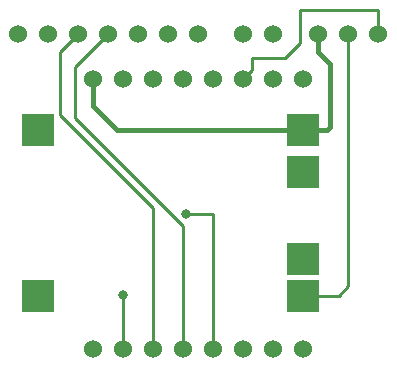
<source format=gbl>
%TF.GenerationSoftware,KiCad,Pcbnew,7.0.7*%
%TF.CreationDate,2023-09-21T08:57:22-06:00*%
%TF.ProjectId,magTable,6d616754-6162-46c6-952e-6b696361645f,rev?*%
%TF.SameCoordinates,Original*%
%TF.FileFunction,Copper,L2,Bot*%
%TF.FilePolarity,Positive*%
%FSLAX46Y46*%
G04 Gerber Fmt 4.6, Leading zero omitted, Abs format (unit mm)*
G04 Created by KiCad (PCBNEW 7.0.7) date 2023-09-21 08:57:22*
%MOMM*%
%LPD*%
G01*
G04 APERTURE LIST*
%TA.AperFunction,ComponentPad*%
%ADD10R,2.800000X2.800000*%
%TD*%
%TA.AperFunction,ComponentPad*%
%ADD11C,1.524000*%
%TD*%
%TA.AperFunction,ViaPad*%
%ADD12C,0.800000*%
%TD*%
%TA.AperFunction,Conductor*%
%ADD13C,0.254000*%
%TD*%
%TA.AperFunction,Conductor*%
%ADD14C,0.400000*%
%TD*%
G04 APERTURE END LIST*
D10*
%TO.P,USB_CHRG\u002A\u002A,1*%
%TO.N,N/C*%
X127360000Y-90678000D03*
%TO.P,USB_CHRG\u002A\u002A,2*%
X127360000Y-104728000D03*
%TO.P,USB_CHRG\u002A\u002A,3*%
X149860000Y-90678000D03*
%TO.P,USB_CHRG\u002A\u002A,4*%
X149860000Y-104728000D03*
%TO.P,USB_CHRG\u002A\u002A,5*%
X149860000Y-94178000D03*
%TO.P,USB_CHRG\u002A\u002A,6*%
X149860000Y-101578000D03*
%TD*%
D11*
%TO.P,REF\u002A\u002A,1*%
%TO.N,N/C*%
X147320000Y-82550000D03*
%TO.P,REF\u002A\u002A,2*%
X144780000Y-82550000D03*
%TD*%
%TO.P,REF\u002A\u002A,00*%
%TO.N,N/C*%
X144780000Y-109220000D03*
%TO.P,REF\u002A\u002A,1*%
X144780000Y-86360000D03*
%TO.P,REF\u002A\u002A,2*%
X142240000Y-86360000D03*
%TO.P,REF\u002A\u002A,3*%
X139700000Y-86360000D03*
%TO.P,REF\u002A\u002A,3v*%
X132080000Y-109220000D03*
%TO.P,REF\u002A\u002A,4*%
X137160000Y-86360000D03*
%TO.P,REF\u002A\u002A,5*%
X142240000Y-109220000D03*
%TO.P,REF\u002A\u002A,5V*%
X132080000Y-86360000D03*
%TO.P,REF\u002A\u002A,6*%
X139700000Y-109220000D03*
%TO.P,REF\u002A\u002A,7*%
X137160000Y-109220000D03*
%TO.P,REF\u002A\u002A,8*%
X134620000Y-109220000D03*
%TO.P,REF\u002A\u002A,A0*%
X147320000Y-109220000D03*
%TO.P,REF\u002A\u002A,G*%
X134620000Y-86360000D03*
%TO.P,REF\u002A\u002A,RST*%
X149860000Y-109220000D03*
%TO.P,REF\u002A\u002A,RX*%
X147320000Y-86360000D03*
%TO.P,REF\u002A\u002A,TX*%
X149860000Y-86360000D03*
%TD*%
%TO.P,REF\u002A\u002A,1*%
%TO.N,N/C*%
X151130000Y-82550000D03*
%TO.P,REF\u002A\u002A,2*%
X153670000Y-82550000D03*
%TO.P,REF\u002A\u002A,3*%
X156210000Y-82550000D03*
%TD*%
%TO.P,REF\u002A\u002A,1*%
%TO.N,N/C*%
X140970000Y-82550000D03*
%TO.P,REF\u002A\u002A,2*%
X138430000Y-82550000D03*
%TO.P,REF\u002A\u002A,3*%
X135890000Y-82550000D03*
%TO.P,REF\u002A\u002A,4*%
X133350000Y-82550000D03*
%TO.P,REF\u002A\u002A,5*%
X130810000Y-82550000D03*
%TO.P,REF\u002A\u002A,6*%
X128270000Y-82550000D03*
%TO.P,REF\u002A\u002A,7*%
X125730000Y-82550000D03*
%TD*%
D12*
%TO.N,*%
X134620000Y-104648000D03*
X139954000Y-97790000D03*
%TD*%
D13*
%TO.N,*%
X148336000Y-84582000D02*
X149606000Y-83312000D01*
X145541999Y-85598001D02*
X145542000Y-84582000D01*
X145542000Y-84582000D02*
X148336000Y-84582000D01*
X144780000Y-86360000D02*
X145541999Y-85598001D01*
X149606000Y-83312000D02*
X149606000Y-80518000D01*
X149606000Y-80518000D02*
X156210000Y-80518000D01*
X156210000Y-80518000D02*
X156210000Y-82550000D01*
D14*
X134112000Y-90678000D02*
X149860000Y-90678000D01*
X132080000Y-88646000D02*
X134112000Y-90678000D01*
X151892000Y-90678000D02*
X149860000Y-90678000D01*
X152146000Y-90424000D02*
X151892000Y-90678000D01*
X152146000Y-85090000D02*
X152146000Y-90424000D01*
D13*
X152828000Y-104728000D02*
X149860000Y-104728000D01*
X153670000Y-103886000D02*
X152828000Y-104728000D01*
D14*
X151130000Y-84074000D02*
X152146000Y-85090000D01*
D13*
X129286000Y-89408000D02*
X129286000Y-84074000D01*
X130556000Y-89662000D02*
X139700000Y-98806000D01*
X139700000Y-98806000D02*
X139700000Y-109220000D01*
X142240000Y-97790000D02*
X142240000Y-109220000D01*
X137160000Y-97282000D02*
X129286000Y-89408000D01*
X134620000Y-104648000D02*
X134620000Y-109220000D01*
D14*
X132080000Y-86360000D02*
X132080000Y-88646000D01*
D13*
X153670000Y-103886000D02*
X153670000Y-82550000D01*
X129286000Y-84074000D02*
X130810000Y-82550000D01*
X130556000Y-85344000D02*
X130556000Y-89662000D01*
D14*
X151130000Y-82550000D02*
X151130000Y-84074000D01*
D13*
X137160000Y-109220000D02*
X137160000Y-97282000D01*
X139954000Y-97790000D02*
X142240000Y-97790000D01*
X133350000Y-82550000D02*
X130556000Y-85344000D01*
%TD*%
M02*

</source>
